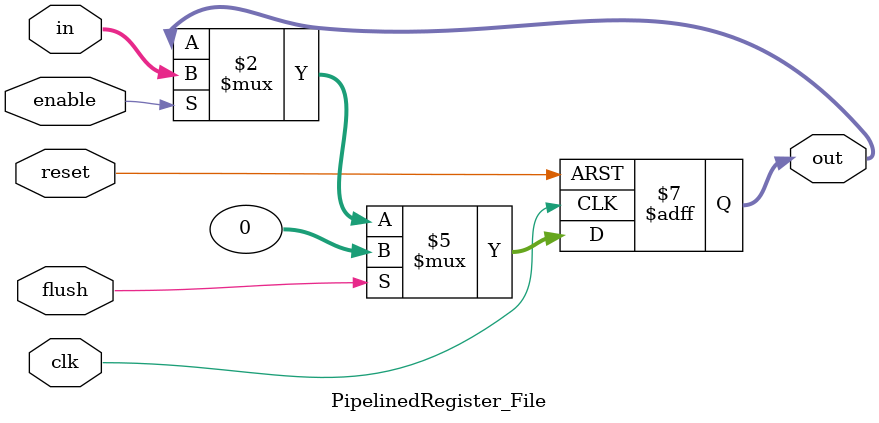
<source format=sv>
`timescale 1ns / 1ps
module PipelinedRegister_File #(
    parameter WIDTH = 32
)(
    input  logic             clk,
    input  logic             reset,
    input  logic             enable,
    input  logic             flush,
    input  logic [WIDTH-1:0] in,
    output logic [WIDTH-1:0] out
);
    always_ff @(posedge clk or posedge reset) begin
        if (reset)
            out <= '0;
        else if (flush)
            out <= '0;
        else if (enable)
            out <= in;
    end
endmodule


</source>
